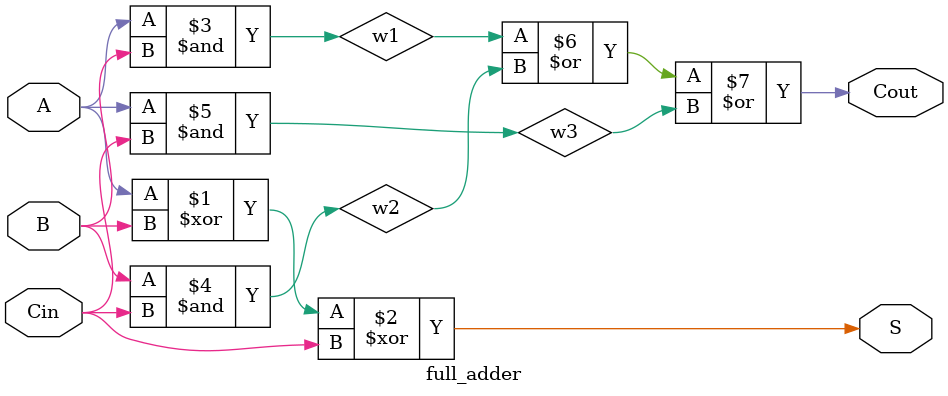
<source format=v>
module full_adder (A,B,Cin,S,Cout);
input A,B,Cin;
output S,Cout;

//structural
wire w1,w2,w3;
xor G1(S,A,B,Cin);
and G2(w1,A,B);
and G3(w2,B,Cin);
and G4(w3,A,Cin);
or G5(Cout,w1,w2,w3);

endmodule
</source>
